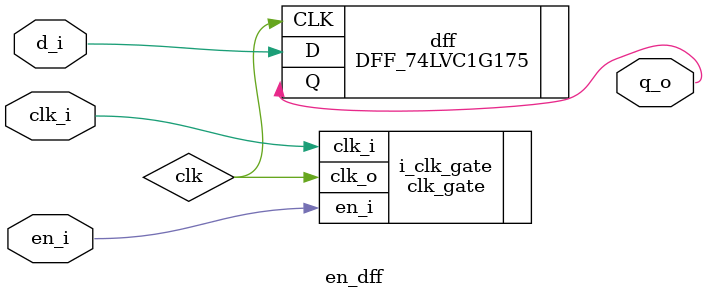
<source format=v>

module en_dff (
  input  en_i,
  input  clk_i,
  input  d_i,
  output q_o
);
  wire clk;

  clk_gate i_clk_gate (
    .clk_i ( clk_i ),
    .en_i  ( en_i  ),
    .clk_o ( clk   )
  );

  DFF_74LVC1G175 dff (
    .CLK ( clk ),
    .D   ( d_i ),
    .Q   ( q_o )
  );
endmodule

</source>
